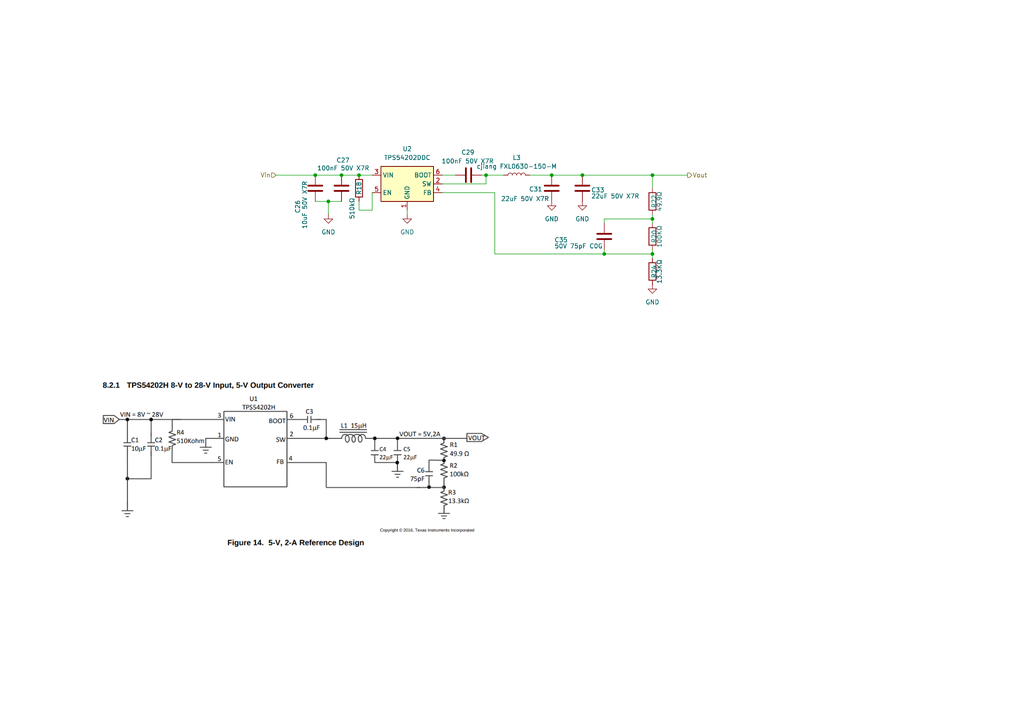
<source format=kicad_sch>
(kicad_sch (version 20250114) (generator "eeschema") (generator_version "9.0")
  (paper "A4")
  (lib_symbols
    (symbol "Device:C" (pin_numbers (hide yes)) (pin_names (offset 0.254))
      (property "Reference" "C" (at 0.635 2.54 0))
      (property "Value" "C" (at 0.635 -2.54 0))
      (symbol "C_0_1"
        (polyline (pts (xy -2.032 0.762) (xy 2.032 0.762)) (stroke (width 0.508)))
        (polyline (pts (xy -2.032 -0.762) (xy 2.032 -0.762)) (stroke (width 0.508)))
      )
      (symbol "C_1_1"
        (pin passive line (at 0 3.81 270) (length 2.794) (name "~") (number "1"))
        (pin passive line (at 0 -3.81 90) (length 2.794) (name "~") (number "2"))
      )
    )
    (symbol "Device:L" (pin_numbers (hide yes)) (pin_names (offset 1.016) (hide yes))
      (property "Reference" "L" (at -1.27 0 90))
      (property "Value" "L" (at 1.905 0 90))
      (symbol "L_0_1"
        (arc (start 0 2.54) (mid 0.6323 1.905) (end 0 1.27))
        (arc (start 0 1.27) (mid 0.6323 0.635) (end 0 0))
        (arc (start 0 0) (mid 0.6323 -0.635) (end 0 -1.27))
        (arc (start 0 -1.27) (mid 0.6323 -1.905) (end 0 -2.54))
      )
      (symbol "L_1_1"
        (pin passive line (at 0 3.81 270) (length 1.27) (name "1") (number "1"))
        (pin passive line (at 0 -3.81 90) (length 1.27) (name "2") (number "2"))
      )
    )
    (symbol "Device:R" (pin_numbers (hide yes)) (pin_names (offset 0))
      (property "Reference" "R" (at 2.032 0 90))
      (property "Value" "R" (at 0 0 90))
      (symbol "R_0_1"
        (rectangle (start -1.016 -2.54) (end 1.016 2.54) (stroke (width 0.254)))
      )
      (symbol "R_1_1"
        (pin passive line (at 0 3.81 270) (length 1.27) (name "~") (number "1"))
        (pin passive line (at 0 -3.81 90) (length 1.27) (name "~") (number "2"))
      )
    )
    (symbol "Regulator_Switching:TPS54202DDC"
      (property "Reference" "U" (at -7.62 6.35 0))
      (property "Value" "TPS54202DDC" (at 0 6.35 0))
      (symbol "TPS54202DDC_0_1"
        (rectangle (start -7.62 5.08) (end 7.62 -5.08) (stroke (width 0.254)) (fill (type background)))
      )
      (symbol "TPS54202DDC_1_1"
        (pin power_in line (at -10.16 2.54 0) (length 2.54) (name "VIN") (number "3"))
        (pin input line (at -10.16 -2.54 0) (length 2.54) (name "EN") (number "5"))
        (pin power_in line (at 0 -7.62 90) (length 2.54) (name "GND") (number "1"))
        (pin passive line (at 10.16 2.54 180) (length 2.54) (name "BOOT") (number "6"))
        (pin power_out line (at 10.16 0 180) (length 2.54) (name "SW") (number "2"))
        (pin input line (at 10.16 -2.54 180) (length 2.54) (name "FB") (number "4"))
      )
    )
    (symbol "power:GND" (power) (pin_numbers (hide yes)) (pin_names (offset 0) (hide yes))
      (property "Value" "GND" (at 0 -3.81 0))
      (symbol "GND_0_1"
        (polyline (pts (xy 0 0) (xy 0 -1.27) (xy 1.27 -1.27) (xy 0 -2.54) (xy -1.27 -1.27) (xy 0 -1.27)))
      )
      (symbol "GND_1_1"
        (pin power_in line (at 0 0 270) (length 0) (name "~") (number "1"))
      )
    )
  )
  (junction (at 168.91 50.8))
  (junction (at 91.44 50.8))
  (junction (at 95.25 58.42))
  (junction (at 175.26 73.66))
  (junction (at 189.23 63.5))
  (junction (at 189.23 50.8))
  (junction (at 140.97 50.8))
  (junction (at 99.06 50.8))
  (junction (at 104.14 50.8))
  (junction (at 189.23 73.66))
  (junction (at 160.02 50.8))
  (wire (pts (xy 143.51 73.66) (xy 175.26 73.66)))
  (wire (pts (xy 140.97 50.8) (xy 140.97 53.34)))
  (wire (pts (xy 189.23 62.23) (xy 189.23 63.5)))
  (wire (pts (xy 139.7 50.8) (xy 140.97 50.8)))
  (wire (pts (xy 128.27 55.88) (xy 143.51 55.88)))
  (wire (pts (xy 140.97 53.34) (xy 128.27 53.34)))
  (wire (pts (xy 189.23 63.5) (xy 189.23 64.77)))
  (wire (pts (xy 104.14 50.8) (xy 107.95 50.8)))
  (wire (pts (xy 143.51 55.88) (xy 143.51 73.66)))
  (wire (pts (xy 104.14 60.96) (xy 107.95 60.96)))
  (wire (pts (xy 95.25 62.23) (xy 95.25 58.42)))
  (wire (pts (xy 175.26 63.5) (xy 189.23 63.5)))
  (wire (pts (xy 175.26 73.66) (xy 189.23 73.66)))
  (wire (pts (xy 189.23 50.8) (xy 199.39 50.8)))
  (wire (pts (xy 189.23 73.66) (xy 189.23 74.93)))
  (wire (pts (xy 175.26 72.39) (xy 175.26 73.66)))
  (wire (pts (xy 91.44 58.42) (xy 95.25 58.42)))
  (wire (pts (xy 160.02 50.8) (xy 168.91 50.8)))
  (wire (pts (xy 168.91 50.8) (xy 189.23 50.8)))
  (wire (pts (xy 91.44 50.8) (xy 99.06 50.8)))
  (wire (pts (xy 189.23 50.8) (xy 189.23 54.61)))
  (wire (pts (xy 99.06 50.8) (xy 104.14 50.8)))
  (wire (pts (xy 104.14 58.42) (xy 104.14 60.96)))
  (wire (pts (xy 118.11 62.23) (xy 118.11 60.96)))
  (wire (pts (xy 153.67 50.8) (xy 160.02 50.8)))
  (wire (pts (xy 128.27 50.8) (xy 132.08 50.8)))
  (wire (pts (xy 107.95 60.96) (xy 107.95 55.88)))
  (wire (pts (xy 189.23 72.39) (xy 189.23 73.66)))
  (wire (pts (xy 175.26 64.77) (xy 175.26 63.5)))
  (wire (pts (xy 95.25 58.42) (xy 99.06 58.42)))
  (wire (pts (xy 80.01 50.8) (xy 91.44 50.8)))
  (wire (pts (xy 140.97 50.8) (xy 146.05 50.8)))
  (image (at 85.09 134.62) (scale 0.456715))
  (hierarchical_label "Vout" (shape output) (at 199.39 50.8 0))
  (hierarchical_label "Vin" (shape input) (at 80.01 50.8 180))
  (symbol (lib_id "Device:R") (at 189.23 78.74 0) (unit 1)
    (property "Reference" "R24" (at 189.738 78.74 90))
    (property "Value" "13.3KΩ" (at 191.262 78.74 90))
    (property "Footprint" "Resistor_SMD:R_1206_3216Metric" (effects (hide yes)))
    (property "Description" "Resistor" (effects (hide yes)))
    (property "LCSC Part #" "C870412" (effects (hide yes)))
  )
  (symbol (lib_id "Device:L") (at 149.86 50.8 90) (unit 1)
    (property "Reference" "L3" (at 149.86 45.72 90))
    (property "Value" "cjiang FXL0630-150-M" (at 149.86 48.26 90))
    (property "Footprint" "Inductor_SMD:L_Sunlord_MWSA0624S" (effects (hide yes)))
    (property "Description" "Inductor" (effects (hide yes)))
    (property "LCSC Part #" "C177243" (effects (hide yes)))
  )
  (symbol (lib_id "Device:R") (at 104.14 54.61 180) (unit 1)
    (property "Reference" "R18" (at 104.14 54.61 90))
    (property "Value" "510kΩ" (at 102.108 60.452 90))
    (property "Footprint" "Resistor_SMD:R_1206_3216Metric" (effects (hide yes)))
    (property "Description" "Resistor" (effects (hide yes)))
    (property "LCSC Part #" "C17990" (effects (hide yes)))
  )
  (symbol (lib_id "power:GND") (at 118.11 62.23 0) (unit 1)
    (property "Reference" "#PWR071" (effects (hide yes)))
    (property "Value" "GND" (at 118.11 67.31 0))
    (property "Description" "Power symbol creates a global label with name \"GND\" , ground" (effects (hide yes)))
  )
  (symbol (lib_id "Device:C") (at 135.89 50.8 90) (unit 1)
    (property "Reference" "C29" (at 137.668 44.196 90) (effects (justify left)))
    (property "Value" "100nF 50V X7R" (at 143.256 46.736 90) (effects (justify left)))
    (property "Footprint" "Capacitor_SMD:C_0603_1608Metric" (effects (hide yes)))
    (property "Description" "Unpolarized capacitor" (effects (hide yes)))
    (property "LCSC Part #" "C14663" (effects (hide yes)))
  )
  (symbol (lib_id "power:GND") (at 189.23 82.55 0) (unit 1)
    (property "Reference" "#PWR085" (effects (hide yes)))
    (property "Value" "GND" (at 189.23 87.63 0))
    (property "Description" "Power symbol creates a global label with name \"GND\" , ground" (effects (hide yes)))
  )
  (symbol (lib_id "Device:C") (at 99.06 54.61 0) (unit 1)
    (property "Reference" "C27" (at 97.536 46.482 0) (effects (justify left)))
    (property "Value" "100nF 50V X7R" (at 91.948 48.768 0) (effects (justify left)))
    (property "Footprint" "Capacitor_SMD:C_0603_1608Metric" (effects (hide yes)))
    (property "Description" "Unpolarized capacitor" (effects (hide yes)))
    (property "LCSC Part #" "C14663" (effects (hide yes)))
  )
  (symbol (lib_id "Device:C") (at 175.26 68.58 180) (unit 1)
    (property "Reference" "C35" (at 160.782 69.596 0) (effects (justify right)))
    (property "Value" "50V 75pF C0G" (at 160.782 71.374 0) (effects (justify right)))
    (property "Footprint" "Capacitor_SMD:C_0603_1608Metric" (effects (hide yes)))
    (property "Description" "Unpolarized capacitor" (effects (hide yes)))
    (property "LCSC Part #" "C1681" (effects (hide yes)))
  )
  (symbol (lib_id "power:GND") (at 168.91 58.42 0) (unit 1)
    (property "Reference" "#PWR075" (effects (hide yes)))
    (property "Value" "GND" (at 168.91 63.5 0))
    (property "Description" "Power symbol creates a global label with name \"GND\" , ground" (effects (hide yes)))
  )
  (symbol (lib_id "Device:R") (at 189.23 68.58 0) (unit 1)
    (property "Reference" "R20" (at 189.738 68.58 90))
    (property "Value" "100KΩ" (at 191.262 68.58 90))
    (property "Footprint" "Resistor_SMD:R_1206_3216Metric" (effects (hide yes)))
    (property "Description" "Resistor" (effects (hide yes)))
    (property "LCSC Part #" "C728669" (effects (hide yes)))
  )
  (symbol (lib_id "Device:C") (at 160.02 54.61 180) (unit 1)
    (property "Reference" "C31" (at 153.416 54.864 0) (effects (justify right)))
    (property "Value" "22uF 50V X7R" (at 145.288 57.658 0) (effects (justify right)))
    (property "Footprint" "Capacitor_SMD:C_1812_4532Metric" (effects (hide yes)))
    (property "Description" "Unpolarized capacitor" (effects (hide yes)))
    (property "LCSC Part #" "C22388553" (effects (hide yes)))
  )
  (symbol (lib_id "Device:C") (at 168.91 54.61 180) (unit 1)
    (property "Reference" "C33" (at 171.45 55.118 0) (effects (justify right)))
    (property "Value" "22uF 50V X7R" (at 171.45 56.896 0) (effects (justify right)))
    (property "Footprint" "Capacitor_SMD:C_1812_4532Metric" (effects (hide yes)))
    (property "Description" "Unpolarized capacitor" (effects (hide yes)))
    (property "LCSC Part #" "C22388553" (effects (hide yes)))
  )
  (symbol (lib_id "Regulator_Switching:TPS54202DDC") (at 118.11 53.34 0) (unit 1)
    (property "Reference" "U4" (at 118.11 43.18 0))
    (property "Value" "TPS54202DDC" (at 118.11 45.72 0))
    (property "Footprint" "Package_TO_SOT_SMD:SOT-23-6" (effects (hide yes)))
    (property "Datasheet" "http://www.ti.com/lit/ds/symlink/tps54202.pdf" (effects (hide yes)))
    (property "Description" "2A, 4.5 to 28V Input, EMI Friendly integrated switch synchronous step-down regulator, pulse-skipping, SOT-23-6" (effects (hide yes)))
    (instances (project "" (path "" (reference "U2") (unit 1)) (path "" (reference "U4") (unit 1))))
  )
  (symbol (lib_id "Device:R") (at 189.23 58.42 0) (unit 1)
    (property "Reference" "R22" (at 189.738 58.42 90))
    (property "Value" "49.9Ω" (at 191.262 58.42 90))
    (property "Footprint" "Resistor_SMD:R_1206_3216Metric" (effects (hide yes)))
    (property "Description" "Resistor" (effects (hide yes)))
    (property "LCSC Part #" "C18018" (effects (hide yes)))
  )
  (symbol (lib_id "power:GND") (at 95.25 62.23 0) (unit 1)
    (property "Reference" "#PWR059" (effects (hide yes)))
    (property "Value" "GND" (at 95.25 67.31 0))
    (property "Description" "Power symbol creates a global label with name \"GND\" , ground" (effects (hide yes)))
    (instances (project "" (path "" (reference "#PWR058") (unit 1)) (path "" (reference "#PWR059") (unit 1))))
  )
  (symbol (lib_id "Device:C") (at 91.44 54.61 180) (unit 1)
    (property "Reference" "C26" (at 86.36 59.944 90))
    (property "Value" "10uF 50V X7R" (at 88.392 59.436 90))
    (property "Footprint" "Capacitor_SMD:C_1206_3216Metric" (effects (hide yes)))
    (property "Description" "Unpolarized capacitor" (effects (hide yes)))
    (property "LCSC Part #" "C89632" (effects (hide yes)))
  )
  (symbol (lib_id "power:GND") (at 160.02 58.42 0) (unit 1)
    (property "Reference" "#PWR073" (effects (hide yes)))
    (property "Value" "GND" (at 160.02 63.5 0))
    (property "Description" "Power symbol creates a global label with name \"GND\" , ground" (effects (hide yes)))
  )
)
</source>
